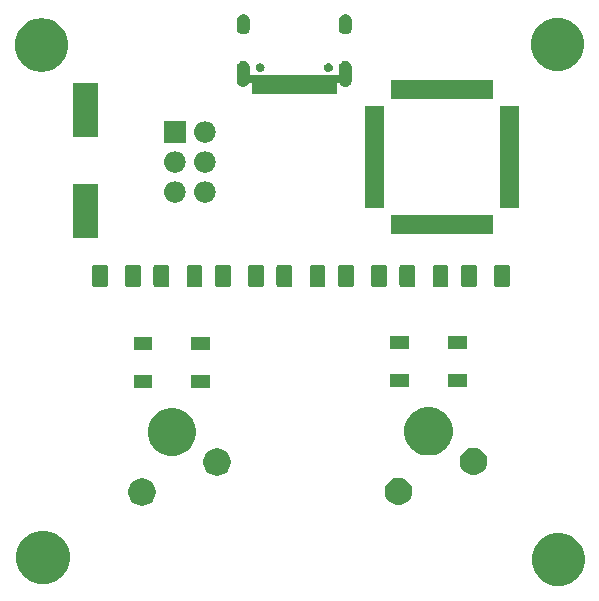
<source format=gbr>
G04 #@! TF.GenerationSoftware,KiCad,Pcbnew,(5.1.4)-1*
G04 #@! TF.CreationDate,2023-02-07T01:37:13+01:00*
G04 #@! TF.ProjectId,test,74657374-2e6b-4696-9361-645f70636258,1.0*
G04 #@! TF.SameCoordinates,Original*
G04 #@! TF.FileFunction,Soldermask,Top*
G04 #@! TF.FilePolarity,Negative*
%FSLAX46Y46*%
G04 Gerber Fmt 4.6, Leading zero omitted, Abs format (unit mm)*
G04 Created by KiCad (PCBNEW (5.1.4)-1) date 2023-02-07 01:37:13*
%MOMM*%
%LPD*%
G04 APERTURE LIST*
%ADD10C,0.100000*%
G04 APERTURE END LIST*
D10*
G36*
X208676464Y-96882000D02*
G01*
X209063593Y-96959004D01*
X209473249Y-97128689D01*
X209841929Y-97375034D01*
X210155466Y-97688571D01*
X210401811Y-98057251D01*
X210571496Y-98466907D01*
X210658000Y-98901796D01*
X210658000Y-99345204D01*
X210571496Y-99780093D01*
X210401811Y-100189749D01*
X210155466Y-100558429D01*
X209841929Y-100871966D01*
X209473249Y-101118311D01*
X209063593Y-101287996D01*
X208682880Y-101363724D01*
X208628705Y-101374500D01*
X208185295Y-101374500D01*
X208131120Y-101363724D01*
X207750407Y-101287996D01*
X207340751Y-101118311D01*
X206972071Y-100871966D01*
X206658534Y-100558429D01*
X206412189Y-100189749D01*
X206242504Y-99780093D01*
X206156000Y-99345204D01*
X206156000Y-98901796D01*
X206242504Y-98466907D01*
X206412189Y-98057251D01*
X206658534Y-97688571D01*
X206972071Y-97375034D01*
X207340751Y-97128689D01*
X207750407Y-96959004D01*
X208137536Y-96882000D01*
X208185295Y-96872500D01*
X208628705Y-96872500D01*
X208676464Y-96882000D01*
X208676464Y-96882000D01*
G37*
G36*
X165057880Y-96692776D02*
G01*
X165438593Y-96768504D01*
X165848249Y-96938189D01*
X166216929Y-97184534D01*
X166530466Y-97498071D01*
X166776811Y-97866751D01*
X166946496Y-98276407D01*
X167033000Y-98711296D01*
X167033000Y-99154704D01*
X166946496Y-99589593D01*
X166776811Y-99999249D01*
X166530466Y-100367929D01*
X166216929Y-100681466D01*
X165848249Y-100927811D01*
X165438593Y-101097496D01*
X165057880Y-101173224D01*
X165003705Y-101184000D01*
X164560295Y-101184000D01*
X164506120Y-101173224D01*
X164125407Y-101097496D01*
X163715751Y-100927811D01*
X163347071Y-100681466D01*
X163033534Y-100367929D01*
X162787189Y-99999249D01*
X162617504Y-99589593D01*
X162531000Y-99154704D01*
X162531000Y-98711296D01*
X162617504Y-98276407D01*
X162787189Y-97866751D01*
X163033534Y-97498071D01*
X163347071Y-97184534D01*
X163715751Y-96938189D01*
X164125407Y-96768504D01*
X164506120Y-96692776D01*
X164560295Y-96682000D01*
X165003705Y-96682000D01*
X165057880Y-96692776D01*
X165057880Y-96692776D01*
G37*
G36*
X173388549Y-92279616D02*
G01*
X173499734Y-92301732D01*
X173709203Y-92388497D01*
X173897720Y-92514460D01*
X174058040Y-92674780D01*
X174184003Y-92863297D01*
X174270768Y-93072766D01*
X174315000Y-93295136D01*
X174315000Y-93521864D01*
X174270768Y-93744234D01*
X174184003Y-93953703D01*
X174058040Y-94142220D01*
X173897720Y-94302540D01*
X173709203Y-94428503D01*
X173499734Y-94515268D01*
X173388549Y-94537384D01*
X173277365Y-94559500D01*
X173050635Y-94559500D01*
X172939451Y-94537384D01*
X172828266Y-94515268D01*
X172618797Y-94428503D01*
X172430280Y-94302540D01*
X172269960Y-94142220D01*
X172143997Y-93953703D01*
X172057232Y-93744234D01*
X172013000Y-93521864D01*
X172013000Y-93295136D01*
X172057232Y-93072766D01*
X172143997Y-92863297D01*
X172269960Y-92674780D01*
X172430280Y-92514460D01*
X172618797Y-92388497D01*
X172828266Y-92301732D01*
X172939451Y-92279616D01*
X173050635Y-92257500D01*
X173277365Y-92257500D01*
X173388549Y-92279616D01*
X173388549Y-92279616D01*
G37*
G36*
X195106549Y-92216116D02*
G01*
X195217734Y-92238232D01*
X195427203Y-92324997D01*
X195615720Y-92450960D01*
X195776040Y-92611280D01*
X195902003Y-92799797D01*
X195988768Y-93009266D01*
X196033000Y-93231636D01*
X196033000Y-93458364D01*
X195988768Y-93680734D01*
X195902003Y-93890203D01*
X195776040Y-94078720D01*
X195615720Y-94239040D01*
X195427203Y-94365003D01*
X195217734Y-94451768D01*
X195106549Y-94473884D01*
X194995365Y-94496000D01*
X194768635Y-94496000D01*
X194657451Y-94473884D01*
X194546266Y-94451768D01*
X194336797Y-94365003D01*
X194148280Y-94239040D01*
X193987960Y-94078720D01*
X193861997Y-93890203D01*
X193775232Y-93680734D01*
X193731000Y-93458364D01*
X193731000Y-93231636D01*
X193775232Y-93009266D01*
X193861997Y-92799797D01*
X193987960Y-92611280D01*
X194148280Y-92450960D01*
X194336797Y-92324997D01*
X194546266Y-92238232D01*
X194657451Y-92216116D01*
X194768635Y-92194000D01*
X194995365Y-92194000D01*
X195106549Y-92216116D01*
X195106549Y-92216116D01*
G37*
G36*
X179738549Y-89739616D02*
G01*
X179849734Y-89761732D01*
X180059203Y-89848497D01*
X180247720Y-89974460D01*
X180408040Y-90134780D01*
X180534003Y-90323297D01*
X180620768Y-90532766D01*
X180665000Y-90755136D01*
X180665000Y-90981864D01*
X180620768Y-91204234D01*
X180534003Y-91413703D01*
X180408040Y-91602220D01*
X180247720Y-91762540D01*
X180059203Y-91888503D01*
X179849734Y-91975268D01*
X179738549Y-91997384D01*
X179627365Y-92019500D01*
X179400635Y-92019500D01*
X179289451Y-91997384D01*
X179178266Y-91975268D01*
X178968797Y-91888503D01*
X178780280Y-91762540D01*
X178619960Y-91602220D01*
X178493997Y-91413703D01*
X178407232Y-91204234D01*
X178363000Y-90981864D01*
X178363000Y-90755136D01*
X178407232Y-90532766D01*
X178493997Y-90323297D01*
X178619960Y-90134780D01*
X178780280Y-89974460D01*
X178968797Y-89848497D01*
X179178266Y-89761732D01*
X179289451Y-89739616D01*
X179400635Y-89717500D01*
X179627365Y-89717500D01*
X179738549Y-89739616D01*
X179738549Y-89739616D01*
G37*
G36*
X201456549Y-89676116D02*
G01*
X201567734Y-89698232D01*
X201777203Y-89784997D01*
X201965720Y-89910960D01*
X202126040Y-90071280D01*
X202252003Y-90259797D01*
X202338768Y-90469266D01*
X202383000Y-90691636D01*
X202383000Y-90918364D01*
X202338768Y-91140734D01*
X202252003Y-91350203D01*
X202126040Y-91538720D01*
X201965720Y-91699040D01*
X201777203Y-91825003D01*
X201567734Y-91911768D01*
X201456549Y-91933884D01*
X201345365Y-91956000D01*
X201118635Y-91956000D01*
X201007451Y-91933884D01*
X200896266Y-91911768D01*
X200686797Y-91825003D01*
X200498280Y-91699040D01*
X200337960Y-91538720D01*
X200211997Y-91350203D01*
X200125232Y-91140734D01*
X200081000Y-90918364D01*
X200081000Y-90691636D01*
X200125232Y-90469266D01*
X200211997Y-90259797D01*
X200337960Y-90071280D01*
X200498280Y-89910960D01*
X200686797Y-89784997D01*
X200896266Y-89698232D01*
X201007451Y-89676116D01*
X201118635Y-89654000D01*
X201345365Y-89654000D01*
X201456549Y-89676116D01*
X201456549Y-89676116D01*
G37*
G36*
X176302254Y-86356318D02*
G01*
X176675511Y-86510926D01*
X176675513Y-86510927D01*
X177011436Y-86735384D01*
X177297116Y-87021064D01*
X177479144Y-87293487D01*
X177521574Y-87356989D01*
X177676182Y-87730246D01*
X177755000Y-88126493D01*
X177755000Y-88530507D01*
X177676182Y-88926754D01*
X177521574Y-89300011D01*
X177521573Y-89300013D01*
X177297116Y-89635936D01*
X177011436Y-89921616D01*
X176675513Y-90146073D01*
X176675512Y-90146074D01*
X176675511Y-90146074D01*
X176302254Y-90300682D01*
X175906007Y-90379500D01*
X175501993Y-90379500D01*
X175105746Y-90300682D01*
X174732489Y-90146074D01*
X174732488Y-90146074D01*
X174732487Y-90146073D01*
X174396564Y-89921616D01*
X174110884Y-89635936D01*
X173886427Y-89300013D01*
X173886426Y-89300011D01*
X173731818Y-88926754D01*
X173653000Y-88530507D01*
X173653000Y-88126493D01*
X173731818Y-87730246D01*
X173886426Y-87356989D01*
X173928857Y-87293487D01*
X174110884Y-87021064D01*
X174396564Y-86735384D01*
X174732487Y-86510927D01*
X174732489Y-86510926D01*
X175105746Y-86356318D01*
X175501993Y-86277500D01*
X175906007Y-86277500D01*
X176302254Y-86356318D01*
X176302254Y-86356318D01*
G37*
G36*
X198020254Y-86292818D02*
G01*
X198393511Y-86447426D01*
X198393513Y-86447427D01*
X198488547Y-86510927D01*
X198729436Y-86671884D01*
X199015116Y-86957564D01*
X199239574Y-87293489D01*
X199394182Y-87666746D01*
X199473000Y-88062993D01*
X199473000Y-88467007D01*
X199394182Y-88863254D01*
X199367879Y-88926754D01*
X199239573Y-89236513D01*
X199015116Y-89572436D01*
X198729436Y-89858116D01*
X198393513Y-90082573D01*
X198393512Y-90082574D01*
X198393511Y-90082574D01*
X198020254Y-90237182D01*
X197624007Y-90316000D01*
X197219993Y-90316000D01*
X196823746Y-90237182D01*
X196450489Y-90082574D01*
X196450488Y-90082574D01*
X196450487Y-90082573D01*
X196114564Y-89858116D01*
X195828884Y-89572436D01*
X195604427Y-89236513D01*
X195476121Y-88926754D01*
X195449818Y-88863254D01*
X195371000Y-88467007D01*
X195371000Y-88062993D01*
X195449818Y-87666746D01*
X195604426Y-87293489D01*
X195828884Y-86957564D01*
X196114564Y-86671884D01*
X196355453Y-86510927D01*
X196450487Y-86447427D01*
X196450489Y-86447426D01*
X196823746Y-86292818D01*
X197219993Y-86214000D01*
X197624007Y-86214000D01*
X198020254Y-86292818D01*
X198020254Y-86292818D01*
G37*
G36*
X178955000Y-84574000D02*
G01*
X177353000Y-84574000D01*
X177353000Y-83472000D01*
X178955000Y-83472000D01*
X178955000Y-84574000D01*
X178955000Y-84574000D01*
G37*
G36*
X174055000Y-84574000D02*
G01*
X172453000Y-84574000D01*
X172453000Y-83472000D01*
X174055000Y-83472000D01*
X174055000Y-84574000D01*
X174055000Y-84574000D01*
G37*
G36*
X195773000Y-84510500D02*
G01*
X194171000Y-84510500D01*
X194171000Y-83408500D01*
X195773000Y-83408500D01*
X195773000Y-84510500D01*
X195773000Y-84510500D01*
G37*
G36*
X200673000Y-84510500D02*
G01*
X199071000Y-84510500D01*
X199071000Y-83408500D01*
X200673000Y-83408500D01*
X200673000Y-84510500D01*
X200673000Y-84510500D01*
G37*
G36*
X178955000Y-81374000D02*
G01*
X177353000Y-81374000D01*
X177353000Y-80272000D01*
X178955000Y-80272000D01*
X178955000Y-81374000D01*
X178955000Y-81374000D01*
G37*
G36*
X174055000Y-81374000D02*
G01*
X172453000Y-81374000D01*
X172453000Y-80272000D01*
X174055000Y-80272000D01*
X174055000Y-81374000D01*
X174055000Y-81374000D01*
G37*
G36*
X200673000Y-81310500D02*
G01*
X199071000Y-81310500D01*
X199071000Y-80208500D01*
X200673000Y-80208500D01*
X200673000Y-81310500D01*
X200673000Y-81310500D01*
G37*
G36*
X195773000Y-81310500D02*
G01*
X194171000Y-81310500D01*
X194171000Y-80208500D01*
X195773000Y-80208500D01*
X195773000Y-81310500D01*
X195773000Y-81310500D01*
G37*
G36*
X185744604Y-74198847D02*
G01*
X185781144Y-74209932D01*
X185814821Y-74227933D01*
X185844341Y-74252159D01*
X185868567Y-74281679D01*
X185886568Y-74315356D01*
X185897653Y-74351896D01*
X185902000Y-74396038D01*
X185902000Y-75844962D01*
X185897653Y-75889104D01*
X185886568Y-75925644D01*
X185868567Y-75959321D01*
X185844341Y-75988841D01*
X185814821Y-76013067D01*
X185781144Y-76031068D01*
X185744604Y-76042153D01*
X185700462Y-76046500D01*
X184751538Y-76046500D01*
X184707396Y-76042153D01*
X184670856Y-76031068D01*
X184637179Y-76013067D01*
X184607659Y-75988841D01*
X184583433Y-75959321D01*
X184565432Y-75925644D01*
X184554347Y-75889104D01*
X184550000Y-75844962D01*
X184550000Y-74396038D01*
X184554347Y-74351896D01*
X184565432Y-74315356D01*
X184583433Y-74281679D01*
X184607659Y-74252159D01*
X184637179Y-74227933D01*
X184670856Y-74209932D01*
X184707396Y-74198847D01*
X184751538Y-74194500D01*
X185700462Y-74194500D01*
X185744604Y-74198847D01*
X185744604Y-74198847D01*
G37*
G36*
X204168604Y-74198847D02*
G01*
X204205144Y-74209932D01*
X204238821Y-74227933D01*
X204268341Y-74252159D01*
X204292567Y-74281679D01*
X204310568Y-74315356D01*
X204321653Y-74351896D01*
X204326000Y-74396038D01*
X204326000Y-75844962D01*
X204321653Y-75889104D01*
X204310568Y-75925644D01*
X204292567Y-75959321D01*
X204268341Y-75988841D01*
X204238821Y-76013067D01*
X204205144Y-76031068D01*
X204168604Y-76042153D01*
X204124462Y-76046500D01*
X203175538Y-76046500D01*
X203131396Y-76042153D01*
X203094856Y-76031068D01*
X203061179Y-76013067D01*
X203031659Y-75988841D01*
X203007433Y-75959321D01*
X202989432Y-75925644D01*
X202978347Y-75889104D01*
X202974000Y-75844962D01*
X202974000Y-74396038D01*
X202978347Y-74351896D01*
X202989432Y-74315356D01*
X203007433Y-74281679D01*
X203031659Y-74252159D01*
X203061179Y-74227933D01*
X203094856Y-74209932D01*
X203131396Y-74198847D01*
X203175538Y-74194500D01*
X204124462Y-74194500D01*
X204168604Y-74198847D01*
X204168604Y-74198847D01*
G37*
G36*
X201368604Y-74198847D02*
G01*
X201405144Y-74209932D01*
X201438821Y-74227933D01*
X201468341Y-74252159D01*
X201492567Y-74281679D01*
X201510568Y-74315356D01*
X201521653Y-74351896D01*
X201526000Y-74396038D01*
X201526000Y-75844962D01*
X201521653Y-75889104D01*
X201510568Y-75925644D01*
X201492567Y-75959321D01*
X201468341Y-75988841D01*
X201438821Y-76013067D01*
X201405144Y-76031068D01*
X201368604Y-76042153D01*
X201324462Y-76046500D01*
X200375538Y-76046500D01*
X200331396Y-76042153D01*
X200294856Y-76031068D01*
X200261179Y-76013067D01*
X200231659Y-75988841D01*
X200207433Y-75959321D01*
X200189432Y-75925644D01*
X200178347Y-75889104D01*
X200174000Y-75844962D01*
X200174000Y-74396038D01*
X200178347Y-74351896D01*
X200189432Y-74315356D01*
X200207433Y-74281679D01*
X200231659Y-74252159D01*
X200261179Y-74227933D01*
X200294856Y-74209932D01*
X200331396Y-74198847D01*
X200375538Y-74194500D01*
X201324462Y-74194500D01*
X201368604Y-74198847D01*
X201368604Y-74198847D01*
G37*
G36*
X198958604Y-74198847D02*
G01*
X198995144Y-74209932D01*
X199028821Y-74227933D01*
X199058341Y-74252159D01*
X199082567Y-74281679D01*
X199100568Y-74315356D01*
X199111653Y-74351896D01*
X199116000Y-74396038D01*
X199116000Y-75844962D01*
X199111653Y-75889104D01*
X199100568Y-75925644D01*
X199082567Y-75959321D01*
X199058341Y-75988841D01*
X199028821Y-76013067D01*
X198995144Y-76031068D01*
X198958604Y-76042153D01*
X198914462Y-76046500D01*
X197965538Y-76046500D01*
X197921396Y-76042153D01*
X197884856Y-76031068D01*
X197851179Y-76013067D01*
X197821659Y-75988841D01*
X197797433Y-75959321D01*
X197779432Y-75925644D01*
X197768347Y-75889104D01*
X197764000Y-75844962D01*
X197764000Y-74396038D01*
X197768347Y-74351896D01*
X197779432Y-74315356D01*
X197797433Y-74281679D01*
X197821659Y-74252159D01*
X197851179Y-74227933D01*
X197884856Y-74209932D01*
X197921396Y-74198847D01*
X197965538Y-74194500D01*
X198914462Y-74194500D01*
X198958604Y-74198847D01*
X198958604Y-74198847D01*
G37*
G36*
X190952604Y-74198847D02*
G01*
X190989144Y-74209932D01*
X191022821Y-74227933D01*
X191052341Y-74252159D01*
X191076567Y-74281679D01*
X191094568Y-74315356D01*
X191105653Y-74351896D01*
X191110000Y-74396038D01*
X191110000Y-75844962D01*
X191105653Y-75889104D01*
X191094568Y-75925644D01*
X191076567Y-75959321D01*
X191052341Y-75988841D01*
X191022821Y-76013067D01*
X190989144Y-76031068D01*
X190952604Y-76042153D01*
X190908462Y-76046500D01*
X189959538Y-76046500D01*
X189915396Y-76042153D01*
X189878856Y-76031068D01*
X189845179Y-76013067D01*
X189815659Y-75988841D01*
X189791433Y-75959321D01*
X189773432Y-75925644D01*
X189762347Y-75889104D01*
X189758000Y-75844962D01*
X189758000Y-74396038D01*
X189762347Y-74351896D01*
X189773432Y-74315356D01*
X189791433Y-74281679D01*
X189815659Y-74252159D01*
X189845179Y-74227933D01*
X189878856Y-74209932D01*
X189915396Y-74198847D01*
X189959538Y-74194500D01*
X190908462Y-74194500D01*
X190952604Y-74198847D01*
X190952604Y-74198847D01*
G37*
G36*
X193752604Y-74198847D02*
G01*
X193789144Y-74209932D01*
X193822821Y-74227933D01*
X193852341Y-74252159D01*
X193876567Y-74281679D01*
X193894568Y-74315356D01*
X193905653Y-74351896D01*
X193910000Y-74396038D01*
X193910000Y-75844962D01*
X193905653Y-75889104D01*
X193894568Y-75925644D01*
X193876567Y-75959321D01*
X193852341Y-75988841D01*
X193822821Y-76013067D01*
X193789144Y-76031068D01*
X193752604Y-76042153D01*
X193708462Y-76046500D01*
X192759538Y-76046500D01*
X192715396Y-76042153D01*
X192678856Y-76031068D01*
X192645179Y-76013067D01*
X192615659Y-75988841D01*
X192591433Y-75959321D01*
X192573432Y-75925644D01*
X192562347Y-75889104D01*
X192558000Y-75844962D01*
X192558000Y-74396038D01*
X192562347Y-74351896D01*
X192573432Y-74315356D01*
X192591433Y-74281679D01*
X192615659Y-74252159D01*
X192645179Y-74227933D01*
X192678856Y-74209932D01*
X192715396Y-74198847D01*
X192759538Y-74194500D01*
X193708462Y-74194500D01*
X193752604Y-74198847D01*
X193752604Y-74198847D01*
G37*
G36*
X196158604Y-74198847D02*
G01*
X196195144Y-74209932D01*
X196228821Y-74227933D01*
X196258341Y-74252159D01*
X196282567Y-74281679D01*
X196300568Y-74315356D01*
X196311653Y-74351896D01*
X196316000Y-74396038D01*
X196316000Y-75844962D01*
X196311653Y-75889104D01*
X196300568Y-75925644D01*
X196282567Y-75959321D01*
X196258341Y-75988841D01*
X196228821Y-76013067D01*
X196195144Y-76031068D01*
X196158604Y-76042153D01*
X196114462Y-76046500D01*
X195165538Y-76046500D01*
X195121396Y-76042153D01*
X195084856Y-76031068D01*
X195051179Y-76013067D01*
X195021659Y-75988841D01*
X194997433Y-75959321D01*
X194979432Y-75925644D01*
X194968347Y-75889104D01*
X194964000Y-75844962D01*
X194964000Y-74396038D01*
X194968347Y-74351896D01*
X194979432Y-74315356D01*
X194997433Y-74281679D01*
X195021659Y-74252159D01*
X195051179Y-74227933D01*
X195084856Y-74209932D01*
X195121396Y-74198847D01*
X195165538Y-74194500D01*
X196114462Y-74194500D01*
X196158604Y-74198847D01*
X196158604Y-74198847D01*
G37*
G36*
X172924604Y-74198847D02*
G01*
X172961144Y-74209932D01*
X172994821Y-74227933D01*
X173024341Y-74252159D01*
X173048567Y-74281679D01*
X173066568Y-74315356D01*
X173077653Y-74351896D01*
X173082000Y-74396038D01*
X173082000Y-75844962D01*
X173077653Y-75889104D01*
X173066568Y-75925644D01*
X173048567Y-75959321D01*
X173024341Y-75988841D01*
X172994821Y-76013067D01*
X172961144Y-76031068D01*
X172924604Y-76042153D01*
X172880462Y-76046500D01*
X171931538Y-76046500D01*
X171887396Y-76042153D01*
X171850856Y-76031068D01*
X171817179Y-76013067D01*
X171787659Y-75988841D01*
X171763433Y-75959321D01*
X171745432Y-75925644D01*
X171734347Y-75889104D01*
X171730000Y-75844962D01*
X171730000Y-74396038D01*
X171734347Y-74351896D01*
X171745432Y-74315356D01*
X171763433Y-74281679D01*
X171787659Y-74252159D01*
X171817179Y-74227933D01*
X171850856Y-74209932D01*
X171887396Y-74198847D01*
X171931538Y-74194500D01*
X172880462Y-74194500D01*
X172924604Y-74198847D01*
X172924604Y-74198847D01*
G37*
G36*
X188544604Y-74198847D02*
G01*
X188581144Y-74209932D01*
X188614821Y-74227933D01*
X188644341Y-74252159D01*
X188668567Y-74281679D01*
X188686568Y-74315356D01*
X188697653Y-74351896D01*
X188702000Y-74396038D01*
X188702000Y-75844962D01*
X188697653Y-75889104D01*
X188686568Y-75925644D01*
X188668567Y-75959321D01*
X188644341Y-75988841D01*
X188614821Y-76013067D01*
X188581144Y-76031068D01*
X188544604Y-76042153D01*
X188500462Y-76046500D01*
X187551538Y-76046500D01*
X187507396Y-76042153D01*
X187470856Y-76031068D01*
X187437179Y-76013067D01*
X187407659Y-75988841D01*
X187383433Y-75959321D01*
X187365432Y-75925644D01*
X187354347Y-75889104D01*
X187350000Y-75844962D01*
X187350000Y-74396038D01*
X187354347Y-74351896D01*
X187365432Y-74315356D01*
X187383433Y-74281679D01*
X187407659Y-74252159D01*
X187437179Y-74227933D01*
X187470856Y-74209932D01*
X187507396Y-74198847D01*
X187551538Y-74194500D01*
X188500462Y-74194500D01*
X188544604Y-74198847D01*
X188544604Y-74198847D01*
G37*
G36*
X175330604Y-74198847D02*
G01*
X175367144Y-74209932D01*
X175400821Y-74227933D01*
X175430341Y-74252159D01*
X175454567Y-74281679D01*
X175472568Y-74315356D01*
X175483653Y-74351896D01*
X175488000Y-74396038D01*
X175488000Y-75844962D01*
X175483653Y-75889104D01*
X175472568Y-75925644D01*
X175454567Y-75959321D01*
X175430341Y-75988841D01*
X175400821Y-76013067D01*
X175367144Y-76031068D01*
X175330604Y-76042153D01*
X175286462Y-76046500D01*
X174337538Y-76046500D01*
X174293396Y-76042153D01*
X174256856Y-76031068D01*
X174223179Y-76013067D01*
X174193659Y-75988841D01*
X174169433Y-75959321D01*
X174151432Y-75925644D01*
X174140347Y-75889104D01*
X174136000Y-75844962D01*
X174136000Y-74396038D01*
X174140347Y-74351896D01*
X174151432Y-74315356D01*
X174169433Y-74281679D01*
X174193659Y-74252159D01*
X174223179Y-74227933D01*
X174256856Y-74209932D01*
X174293396Y-74198847D01*
X174337538Y-74194500D01*
X175286462Y-74194500D01*
X175330604Y-74198847D01*
X175330604Y-74198847D01*
G37*
G36*
X183338604Y-74198847D02*
G01*
X183375144Y-74209932D01*
X183408821Y-74227933D01*
X183438341Y-74252159D01*
X183462567Y-74281679D01*
X183480568Y-74315356D01*
X183491653Y-74351896D01*
X183496000Y-74396038D01*
X183496000Y-75844962D01*
X183491653Y-75889104D01*
X183480568Y-75925644D01*
X183462567Y-75959321D01*
X183438341Y-75988841D01*
X183408821Y-76013067D01*
X183375144Y-76031068D01*
X183338604Y-76042153D01*
X183294462Y-76046500D01*
X182345538Y-76046500D01*
X182301396Y-76042153D01*
X182264856Y-76031068D01*
X182231179Y-76013067D01*
X182201659Y-75988841D01*
X182177433Y-75959321D01*
X182159432Y-75925644D01*
X182148347Y-75889104D01*
X182144000Y-75844962D01*
X182144000Y-74396038D01*
X182148347Y-74351896D01*
X182159432Y-74315356D01*
X182177433Y-74281679D01*
X182201659Y-74252159D01*
X182231179Y-74227933D01*
X182264856Y-74209932D01*
X182301396Y-74198847D01*
X182345538Y-74194500D01*
X183294462Y-74194500D01*
X183338604Y-74198847D01*
X183338604Y-74198847D01*
G37*
G36*
X180538604Y-74198847D02*
G01*
X180575144Y-74209932D01*
X180608821Y-74227933D01*
X180638341Y-74252159D01*
X180662567Y-74281679D01*
X180680568Y-74315356D01*
X180691653Y-74351896D01*
X180696000Y-74396038D01*
X180696000Y-75844962D01*
X180691653Y-75889104D01*
X180680568Y-75925644D01*
X180662567Y-75959321D01*
X180638341Y-75988841D01*
X180608821Y-76013067D01*
X180575144Y-76031068D01*
X180538604Y-76042153D01*
X180494462Y-76046500D01*
X179545538Y-76046500D01*
X179501396Y-76042153D01*
X179464856Y-76031068D01*
X179431179Y-76013067D01*
X179401659Y-75988841D01*
X179377433Y-75959321D01*
X179359432Y-75925644D01*
X179348347Y-75889104D01*
X179344000Y-75844962D01*
X179344000Y-74396038D01*
X179348347Y-74351896D01*
X179359432Y-74315356D01*
X179377433Y-74281679D01*
X179401659Y-74252159D01*
X179431179Y-74227933D01*
X179464856Y-74209932D01*
X179501396Y-74198847D01*
X179545538Y-74194500D01*
X180494462Y-74194500D01*
X180538604Y-74198847D01*
X180538604Y-74198847D01*
G37*
G36*
X178130604Y-74198847D02*
G01*
X178167144Y-74209932D01*
X178200821Y-74227933D01*
X178230341Y-74252159D01*
X178254567Y-74281679D01*
X178272568Y-74315356D01*
X178283653Y-74351896D01*
X178288000Y-74396038D01*
X178288000Y-75844962D01*
X178283653Y-75889104D01*
X178272568Y-75925644D01*
X178254567Y-75959321D01*
X178230341Y-75988841D01*
X178200821Y-76013067D01*
X178167144Y-76031068D01*
X178130604Y-76042153D01*
X178086462Y-76046500D01*
X177137538Y-76046500D01*
X177093396Y-76042153D01*
X177056856Y-76031068D01*
X177023179Y-76013067D01*
X176993659Y-75988841D01*
X176969433Y-75959321D01*
X176951432Y-75925644D01*
X176940347Y-75889104D01*
X176936000Y-75844962D01*
X176936000Y-74396038D01*
X176940347Y-74351896D01*
X176951432Y-74315356D01*
X176969433Y-74281679D01*
X176993659Y-74252159D01*
X177023179Y-74227933D01*
X177056856Y-74209932D01*
X177093396Y-74198847D01*
X177137538Y-74194500D01*
X178086462Y-74194500D01*
X178130604Y-74198847D01*
X178130604Y-74198847D01*
G37*
G36*
X170124604Y-74198847D02*
G01*
X170161144Y-74209932D01*
X170194821Y-74227933D01*
X170224341Y-74252159D01*
X170248567Y-74281679D01*
X170266568Y-74315356D01*
X170277653Y-74351896D01*
X170282000Y-74396038D01*
X170282000Y-75844962D01*
X170277653Y-75889104D01*
X170266568Y-75925644D01*
X170248567Y-75959321D01*
X170224341Y-75988841D01*
X170194821Y-76013067D01*
X170161144Y-76031068D01*
X170124604Y-76042153D01*
X170080462Y-76046500D01*
X169131538Y-76046500D01*
X169087396Y-76042153D01*
X169050856Y-76031068D01*
X169017179Y-76013067D01*
X168987659Y-75988841D01*
X168963433Y-75959321D01*
X168945432Y-75925644D01*
X168934347Y-75889104D01*
X168930000Y-75844962D01*
X168930000Y-74396038D01*
X168934347Y-74351896D01*
X168945432Y-74315356D01*
X168963433Y-74281679D01*
X168987659Y-74252159D01*
X169017179Y-74227933D01*
X169050856Y-74209932D01*
X169087396Y-74198847D01*
X169131538Y-74194500D01*
X170080462Y-74194500D01*
X170124604Y-74198847D01*
X170124604Y-74198847D01*
G37*
G36*
X169453000Y-71892500D02*
G01*
X167351000Y-71892500D01*
X167351000Y-67290500D01*
X169453000Y-67290500D01*
X169453000Y-71892500D01*
X169453000Y-71892500D01*
G37*
G36*
X202890000Y-71525000D02*
G01*
X194238000Y-71525000D01*
X194238000Y-69923000D01*
X202890000Y-69923000D01*
X202890000Y-71525000D01*
X202890000Y-71525000D01*
G37*
G36*
X205065000Y-69350000D02*
G01*
X203463000Y-69350000D01*
X203463000Y-60698000D01*
X205065000Y-60698000D01*
X205065000Y-69350000D01*
X205065000Y-69350000D01*
G37*
G36*
X193665000Y-69350000D02*
G01*
X192063000Y-69350000D01*
X192063000Y-60698000D01*
X193665000Y-60698000D01*
X193665000Y-69350000D01*
X193665000Y-69350000D01*
G37*
G36*
X176068443Y-67114019D02*
G01*
X176134627Y-67120537D01*
X176304466Y-67172057D01*
X176460991Y-67255722D01*
X176496729Y-67285052D01*
X176598186Y-67368314D01*
X176681448Y-67469771D01*
X176710778Y-67505509D01*
X176794443Y-67662034D01*
X176845963Y-67831873D01*
X176863359Y-68008500D01*
X176845963Y-68185127D01*
X176794443Y-68354966D01*
X176710778Y-68511491D01*
X176681448Y-68547229D01*
X176598186Y-68648686D01*
X176496729Y-68731948D01*
X176460991Y-68761278D01*
X176304466Y-68844943D01*
X176134627Y-68896463D01*
X176068442Y-68902982D01*
X176002260Y-68909500D01*
X175913740Y-68909500D01*
X175847558Y-68902982D01*
X175781373Y-68896463D01*
X175611534Y-68844943D01*
X175455009Y-68761278D01*
X175419271Y-68731948D01*
X175317814Y-68648686D01*
X175234552Y-68547229D01*
X175205222Y-68511491D01*
X175121557Y-68354966D01*
X175070037Y-68185127D01*
X175052641Y-68008500D01*
X175070037Y-67831873D01*
X175121557Y-67662034D01*
X175205222Y-67505509D01*
X175234552Y-67469771D01*
X175317814Y-67368314D01*
X175419271Y-67285052D01*
X175455009Y-67255722D01*
X175611534Y-67172057D01*
X175781373Y-67120537D01*
X175847557Y-67114019D01*
X175913740Y-67107500D01*
X176002260Y-67107500D01*
X176068443Y-67114019D01*
X176068443Y-67114019D01*
G37*
G36*
X178608443Y-67114019D02*
G01*
X178674627Y-67120537D01*
X178844466Y-67172057D01*
X179000991Y-67255722D01*
X179036729Y-67285052D01*
X179138186Y-67368314D01*
X179221448Y-67469771D01*
X179250778Y-67505509D01*
X179334443Y-67662034D01*
X179385963Y-67831873D01*
X179403359Y-68008500D01*
X179385963Y-68185127D01*
X179334443Y-68354966D01*
X179250778Y-68511491D01*
X179221448Y-68547229D01*
X179138186Y-68648686D01*
X179036729Y-68731948D01*
X179000991Y-68761278D01*
X178844466Y-68844943D01*
X178674627Y-68896463D01*
X178608442Y-68902982D01*
X178542260Y-68909500D01*
X178453740Y-68909500D01*
X178387558Y-68902982D01*
X178321373Y-68896463D01*
X178151534Y-68844943D01*
X177995009Y-68761278D01*
X177959271Y-68731948D01*
X177857814Y-68648686D01*
X177774552Y-68547229D01*
X177745222Y-68511491D01*
X177661557Y-68354966D01*
X177610037Y-68185127D01*
X177592641Y-68008500D01*
X177610037Y-67831873D01*
X177661557Y-67662034D01*
X177745222Y-67505509D01*
X177774552Y-67469771D01*
X177857814Y-67368314D01*
X177959271Y-67285052D01*
X177995009Y-67255722D01*
X178151534Y-67172057D01*
X178321373Y-67120537D01*
X178387557Y-67114019D01*
X178453740Y-67107500D01*
X178542260Y-67107500D01*
X178608443Y-67114019D01*
X178608443Y-67114019D01*
G37*
G36*
X178608442Y-64574018D02*
G01*
X178674627Y-64580537D01*
X178844466Y-64632057D01*
X179000991Y-64715722D01*
X179036729Y-64745052D01*
X179138186Y-64828314D01*
X179221448Y-64929771D01*
X179250778Y-64965509D01*
X179334443Y-65122034D01*
X179385963Y-65291873D01*
X179403359Y-65468500D01*
X179385963Y-65645127D01*
X179334443Y-65814966D01*
X179250778Y-65971491D01*
X179221448Y-66007229D01*
X179138186Y-66108686D01*
X179036729Y-66191948D01*
X179000991Y-66221278D01*
X178844466Y-66304943D01*
X178674627Y-66356463D01*
X178608442Y-66362982D01*
X178542260Y-66369500D01*
X178453740Y-66369500D01*
X178387558Y-66362982D01*
X178321373Y-66356463D01*
X178151534Y-66304943D01*
X177995009Y-66221278D01*
X177959271Y-66191948D01*
X177857814Y-66108686D01*
X177774552Y-66007229D01*
X177745222Y-65971491D01*
X177661557Y-65814966D01*
X177610037Y-65645127D01*
X177592641Y-65468500D01*
X177610037Y-65291873D01*
X177661557Y-65122034D01*
X177745222Y-64965509D01*
X177774552Y-64929771D01*
X177857814Y-64828314D01*
X177959271Y-64745052D01*
X177995009Y-64715722D01*
X178151534Y-64632057D01*
X178321373Y-64580537D01*
X178387558Y-64574018D01*
X178453740Y-64567500D01*
X178542260Y-64567500D01*
X178608442Y-64574018D01*
X178608442Y-64574018D01*
G37*
G36*
X176068442Y-64574018D02*
G01*
X176134627Y-64580537D01*
X176304466Y-64632057D01*
X176460991Y-64715722D01*
X176496729Y-64745052D01*
X176598186Y-64828314D01*
X176681448Y-64929771D01*
X176710778Y-64965509D01*
X176794443Y-65122034D01*
X176845963Y-65291873D01*
X176863359Y-65468500D01*
X176845963Y-65645127D01*
X176794443Y-65814966D01*
X176710778Y-65971491D01*
X176681448Y-66007229D01*
X176598186Y-66108686D01*
X176496729Y-66191948D01*
X176460991Y-66221278D01*
X176304466Y-66304943D01*
X176134627Y-66356463D01*
X176068442Y-66362982D01*
X176002260Y-66369500D01*
X175913740Y-66369500D01*
X175847558Y-66362982D01*
X175781373Y-66356463D01*
X175611534Y-66304943D01*
X175455009Y-66221278D01*
X175419271Y-66191948D01*
X175317814Y-66108686D01*
X175234552Y-66007229D01*
X175205222Y-65971491D01*
X175121557Y-65814966D01*
X175070037Y-65645127D01*
X175052641Y-65468500D01*
X175070037Y-65291873D01*
X175121557Y-65122034D01*
X175205222Y-64965509D01*
X175234552Y-64929771D01*
X175317814Y-64828314D01*
X175419271Y-64745052D01*
X175455009Y-64715722D01*
X175611534Y-64632057D01*
X175781373Y-64580537D01*
X175847558Y-64574018D01*
X175913740Y-64567500D01*
X176002260Y-64567500D01*
X176068442Y-64574018D01*
X176068442Y-64574018D01*
G37*
G36*
X178608442Y-62034018D02*
G01*
X178674627Y-62040537D01*
X178844466Y-62092057D01*
X179000991Y-62175722D01*
X179036729Y-62205052D01*
X179138186Y-62288314D01*
X179221448Y-62389771D01*
X179250778Y-62425509D01*
X179334443Y-62582034D01*
X179385963Y-62751873D01*
X179403359Y-62928500D01*
X179385963Y-63105127D01*
X179334443Y-63274966D01*
X179250778Y-63431491D01*
X179221448Y-63467229D01*
X179138186Y-63568686D01*
X179036729Y-63651948D01*
X179000991Y-63681278D01*
X178844466Y-63764943D01*
X178674627Y-63816463D01*
X178608442Y-63822982D01*
X178542260Y-63829500D01*
X178453740Y-63829500D01*
X178387558Y-63822982D01*
X178321373Y-63816463D01*
X178151534Y-63764943D01*
X177995009Y-63681278D01*
X177959271Y-63651948D01*
X177857814Y-63568686D01*
X177774552Y-63467229D01*
X177745222Y-63431491D01*
X177661557Y-63274966D01*
X177610037Y-63105127D01*
X177592641Y-62928500D01*
X177610037Y-62751873D01*
X177661557Y-62582034D01*
X177745222Y-62425509D01*
X177774552Y-62389771D01*
X177857814Y-62288314D01*
X177959271Y-62205052D01*
X177995009Y-62175722D01*
X178151534Y-62092057D01*
X178321373Y-62040537D01*
X178387558Y-62034018D01*
X178453740Y-62027500D01*
X178542260Y-62027500D01*
X178608442Y-62034018D01*
X178608442Y-62034018D01*
G37*
G36*
X176859000Y-63829500D02*
G01*
X175057000Y-63829500D01*
X175057000Y-62027500D01*
X176859000Y-62027500D01*
X176859000Y-63829500D01*
X176859000Y-63829500D01*
G37*
G36*
X169453000Y-63392500D02*
G01*
X167351000Y-63392500D01*
X167351000Y-58790500D01*
X169453000Y-58790500D01*
X169453000Y-63392500D01*
X169453000Y-63392500D01*
G37*
G36*
X202890000Y-60125000D02*
G01*
X194238000Y-60125000D01*
X194238000Y-58523000D01*
X202890000Y-58523000D01*
X202890000Y-60125000D01*
X202890000Y-60125000D01*
G37*
G36*
X190483015Y-56900973D02*
G01*
X190586879Y-56932479D01*
X190614055Y-56947005D01*
X190682600Y-56983643D01*
X190766501Y-57052499D01*
X190835357Y-57136400D01*
X190863202Y-57188495D01*
X190886521Y-57232121D01*
X190918027Y-57335985D01*
X190926000Y-57416933D01*
X190926000Y-58571067D01*
X190918027Y-58652015D01*
X190886521Y-58755879D01*
X190835356Y-58851600D01*
X190766501Y-58935501D01*
X190697645Y-58992009D01*
X190682599Y-59004357D01*
X190630907Y-59031987D01*
X190586878Y-59055521D01*
X190483014Y-59087027D01*
X190375000Y-59097666D01*
X190266985Y-59087027D01*
X190163121Y-59055521D01*
X190119093Y-59031987D01*
X190067401Y-59004357D01*
X190054643Y-58993887D01*
X189983499Y-58935501D01*
X189914644Y-58851600D01*
X189891234Y-58807804D01*
X189877625Y-58787436D01*
X189860298Y-58770109D01*
X189839924Y-58756495D01*
X189817285Y-58747118D01*
X189793252Y-58742337D01*
X189768748Y-58742337D01*
X189744714Y-58747117D01*
X189722076Y-58756494D01*
X189701701Y-58770108D01*
X189684374Y-58787435D01*
X189670760Y-58807809D01*
X189661383Y-58830448D01*
X189656602Y-58854481D01*
X189656000Y-58866734D01*
X189656000Y-59685000D01*
X182454000Y-59685000D01*
X182454000Y-58866735D01*
X182451598Y-58842349D01*
X182444485Y-58818900D01*
X182432934Y-58797289D01*
X182417389Y-58778347D01*
X182398447Y-58762802D01*
X182376836Y-58751251D01*
X182353387Y-58744138D01*
X182329001Y-58741736D01*
X182304615Y-58744138D01*
X182281166Y-58751251D01*
X182259555Y-58762802D01*
X182240613Y-58778347D01*
X182225068Y-58797289D01*
X182218767Y-58807802D01*
X182212835Y-58818900D01*
X182195356Y-58851601D01*
X182164319Y-58889419D01*
X182126501Y-58935501D01*
X182057645Y-58992009D01*
X182042599Y-59004357D01*
X181990907Y-59031987D01*
X181946878Y-59055521D01*
X181843014Y-59087027D01*
X181735000Y-59097666D01*
X181626985Y-59087027D01*
X181523121Y-59055521D01*
X181479093Y-59031987D01*
X181427401Y-59004357D01*
X181414643Y-58993887D01*
X181343499Y-58935501D01*
X181274644Y-58851600D01*
X181223479Y-58755878D01*
X181191973Y-58652014D01*
X181184000Y-58571066D01*
X181184001Y-57416933D01*
X181191974Y-57335985D01*
X181223480Y-57232121D01*
X181246799Y-57188495D01*
X181274644Y-57136400D01*
X181343500Y-57052499D01*
X181427401Y-56983643D01*
X181495946Y-56947005D01*
X181523122Y-56932479D01*
X181626986Y-56900973D01*
X181735000Y-56890334D01*
X181843015Y-56900973D01*
X181946879Y-56932479D01*
X181974055Y-56947005D01*
X182042600Y-56983643D01*
X182126501Y-57052499D01*
X182195357Y-57136400D01*
X182223202Y-57188495D01*
X182246521Y-57232121D01*
X182278027Y-57335985D01*
X182286000Y-57416933D01*
X182286000Y-58008001D01*
X182288402Y-58032387D01*
X182295515Y-58055836D01*
X182307066Y-58077447D01*
X182322611Y-58096389D01*
X182341553Y-58111934D01*
X182363164Y-58123485D01*
X182386613Y-58130598D01*
X182410999Y-58133000D01*
X189699001Y-58133000D01*
X189723387Y-58130598D01*
X189746836Y-58123485D01*
X189768447Y-58111934D01*
X189787389Y-58096389D01*
X189802934Y-58077447D01*
X189814485Y-58055836D01*
X189821598Y-58032387D01*
X189824000Y-58008001D01*
X189824001Y-57416939D01*
X189824001Y-57416933D01*
X189831974Y-57335985D01*
X189863480Y-57232121D01*
X189886799Y-57188495D01*
X189914644Y-57136400D01*
X189983500Y-57052499D01*
X190067401Y-56983643D01*
X190135946Y-56947005D01*
X190163122Y-56932479D01*
X190266986Y-56900973D01*
X190375000Y-56890334D01*
X190483015Y-56900973D01*
X190483015Y-56900973D01*
G37*
G36*
X183274672Y-57102449D02*
G01*
X183274674Y-57102450D01*
X183274675Y-57102450D01*
X183343103Y-57130793D01*
X183404686Y-57171942D01*
X183457058Y-57224314D01*
X183498207Y-57285897D01*
X183526550Y-57354325D01*
X183526551Y-57354328D01*
X183541000Y-57426966D01*
X183541000Y-57501034D01*
X183531260Y-57550000D01*
X183526550Y-57573675D01*
X183498207Y-57642103D01*
X183457058Y-57703686D01*
X183404686Y-57756058D01*
X183343103Y-57797207D01*
X183274675Y-57825550D01*
X183274674Y-57825550D01*
X183274672Y-57825551D01*
X183202034Y-57840000D01*
X183127966Y-57840000D01*
X183055328Y-57825551D01*
X183055326Y-57825550D01*
X183055325Y-57825550D01*
X182986897Y-57797207D01*
X182925314Y-57756058D01*
X182872942Y-57703686D01*
X182831793Y-57642103D01*
X182803450Y-57573675D01*
X182798741Y-57550000D01*
X182789000Y-57501034D01*
X182789000Y-57426966D01*
X182803449Y-57354328D01*
X182803450Y-57354325D01*
X182831793Y-57285897D01*
X182872942Y-57224314D01*
X182925314Y-57171942D01*
X182986897Y-57130793D01*
X183055325Y-57102450D01*
X183055326Y-57102450D01*
X183055328Y-57102449D01*
X183127966Y-57088000D01*
X183202034Y-57088000D01*
X183274672Y-57102449D01*
X183274672Y-57102449D01*
G37*
G36*
X189054672Y-57102449D02*
G01*
X189054674Y-57102450D01*
X189054675Y-57102450D01*
X189123103Y-57130793D01*
X189184686Y-57171942D01*
X189237058Y-57224314D01*
X189278207Y-57285897D01*
X189306550Y-57354325D01*
X189306551Y-57354328D01*
X189321000Y-57426966D01*
X189321000Y-57501034D01*
X189311260Y-57550000D01*
X189306550Y-57573675D01*
X189278207Y-57642103D01*
X189237058Y-57703686D01*
X189184686Y-57756058D01*
X189123103Y-57797207D01*
X189054675Y-57825550D01*
X189054674Y-57825550D01*
X189054672Y-57825551D01*
X188982034Y-57840000D01*
X188907966Y-57840000D01*
X188835328Y-57825551D01*
X188835326Y-57825550D01*
X188835325Y-57825550D01*
X188766897Y-57797207D01*
X188705314Y-57756058D01*
X188652942Y-57703686D01*
X188611793Y-57642103D01*
X188583450Y-57573675D01*
X188578741Y-57550000D01*
X188569000Y-57501034D01*
X188569000Y-57426966D01*
X188583449Y-57354328D01*
X188583450Y-57354325D01*
X188611793Y-57285897D01*
X188652942Y-57224314D01*
X188705314Y-57171942D01*
X188766897Y-57130793D01*
X188835325Y-57102450D01*
X188835326Y-57102450D01*
X188835328Y-57102449D01*
X188907966Y-57088000D01*
X188982034Y-57088000D01*
X189054672Y-57102449D01*
X189054672Y-57102449D01*
G37*
G36*
X164931880Y-53322276D02*
G01*
X165312593Y-53398004D01*
X165722249Y-53567689D01*
X166090929Y-53814034D01*
X166404466Y-54127571D01*
X166650811Y-54496251D01*
X166820496Y-54905907D01*
X166907000Y-55340796D01*
X166907000Y-55784204D01*
X166820496Y-56219093D01*
X166650811Y-56628749D01*
X166404466Y-56997429D01*
X166090929Y-57310966D01*
X165722249Y-57557311D01*
X165312593Y-57726996D01*
X164959620Y-57797206D01*
X164877705Y-57813500D01*
X164434295Y-57813500D01*
X164352380Y-57797206D01*
X163999407Y-57726996D01*
X163589751Y-57557311D01*
X163221071Y-57310966D01*
X162907534Y-56997429D01*
X162661189Y-56628749D01*
X162491504Y-56219093D01*
X162405000Y-55784204D01*
X162405000Y-55340796D01*
X162491504Y-54905907D01*
X162661189Y-54496251D01*
X162907534Y-54127571D01*
X163221071Y-53814034D01*
X163589751Y-53567689D01*
X163999407Y-53398004D01*
X164380120Y-53322276D01*
X164434295Y-53311500D01*
X164877705Y-53311500D01*
X164931880Y-53322276D01*
X164931880Y-53322276D01*
G37*
G36*
X208619880Y-53258776D02*
G01*
X209000593Y-53334504D01*
X209410249Y-53504189D01*
X209778929Y-53750534D01*
X210092466Y-54064071D01*
X210338811Y-54432751D01*
X210508496Y-54842407D01*
X210595000Y-55277296D01*
X210595000Y-55720704D01*
X210508496Y-56155593D01*
X210338811Y-56565249D01*
X210092466Y-56933929D01*
X209778929Y-57247466D01*
X209410249Y-57493811D01*
X209000593Y-57663496D01*
X208619880Y-57739224D01*
X208565705Y-57750000D01*
X208122295Y-57750000D01*
X208068120Y-57739224D01*
X207687407Y-57663496D01*
X207277751Y-57493811D01*
X206909071Y-57247466D01*
X206595534Y-56933929D01*
X206349189Y-56565249D01*
X206179504Y-56155593D01*
X206093000Y-55720704D01*
X206093000Y-55277296D01*
X206179504Y-54842407D01*
X206349189Y-54432751D01*
X206595534Y-54064071D01*
X206909071Y-53750534D01*
X207277751Y-53504189D01*
X207687407Y-53334504D01*
X208068120Y-53258776D01*
X208122295Y-53248000D01*
X208565705Y-53248000D01*
X208619880Y-53258776D01*
X208619880Y-53258776D01*
G37*
G36*
X181843015Y-52970973D02*
G01*
X181946879Y-53002479D01*
X181974055Y-53017005D01*
X182042600Y-53053643D01*
X182126501Y-53122499D01*
X182195357Y-53206400D01*
X182231995Y-53274945D01*
X182246521Y-53302121D01*
X182278027Y-53405985D01*
X182286000Y-53486933D01*
X182286000Y-54141067D01*
X182278027Y-54222015D01*
X182246521Y-54325879D01*
X182195356Y-54421600D01*
X182126501Y-54505501D01*
X182057645Y-54562009D01*
X182042599Y-54574357D01*
X182021342Y-54585719D01*
X181946878Y-54625521D01*
X181843014Y-54657027D01*
X181735000Y-54667666D01*
X181626985Y-54657027D01*
X181523121Y-54625521D01*
X181448658Y-54585719D01*
X181427401Y-54574357D01*
X181414643Y-54563887D01*
X181343499Y-54505501D01*
X181274644Y-54421600D01*
X181248009Y-54371769D01*
X181239729Y-54356279D01*
X181223479Y-54325878D01*
X181191973Y-54222014D01*
X181184000Y-54141066D01*
X181184000Y-53486933D01*
X181191973Y-53405985D01*
X181223480Y-53302121D01*
X181252409Y-53248000D01*
X181274645Y-53206399D01*
X181343500Y-53122499D01*
X181427401Y-53053643D01*
X181495946Y-53017005D01*
X181523122Y-53002479D01*
X181626986Y-52970973D01*
X181735000Y-52960334D01*
X181843015Y-52970973D01*
X181843015Y-52970973D01*
G37*
G36*
X190483015Y-52970973D02*
G01*
X190586879Y-53002479D01*
X190614055Y-53017005D01*
X190682600Y-53053643D01*
X190766501Y-53122499D01*
X190835357Y-53206400D01*
X190871995Y-53274945D01*
X190886521Y-53302121D01*
X190918027Y-53405985D01*
X190926000Y-53486933D01*
X190926000Y-54141067D01*
X190918027Y-54222015D01*
X190886521Y-54325879D01*
X190835356Y-54421600D01*
X190766501Y-54505501D01*
X190697645Y-54562009D01*
X190682599Y-54574357D01*
X190661342Y-54585719D01*
X190586878Y-54625521D01*
X190483014Y-54657027D01*
X190375000Y-54667666D01*
X190266985Y-54657027D01*
X190163121Y-54625521D01*
X190088658Y-54585719D01*
X190067401Y-54574357D01*
X190054643Y-54563887D01*
X189983499Y-54505501D01*
X189914644Y-54421600D01*
X189888009Y-54371769D01*
X189879729Y-54356279D01*
X189863479Y-54325878D01*
X189831973Y-54222014D01*
X189824000Y-54141066D01*
X189824000Y-53486933D01*
X189831973Y-53405985D01*
X189863480Y-53302121D01*
X189892409Y-53248000D01*
X189914645Y-53206399D01*
X189983500Y-53122499D01*
X190067401Y-53053643D01*
X190135946Y-53017005D01*
X190163122Y-53002479D01*
X190266986Y-52970973D01*
X190375000Y-52960334D01*
X190483015Y-52970973D01*
X190483015Y-52970973D01*
G37*
M02*

</source>
